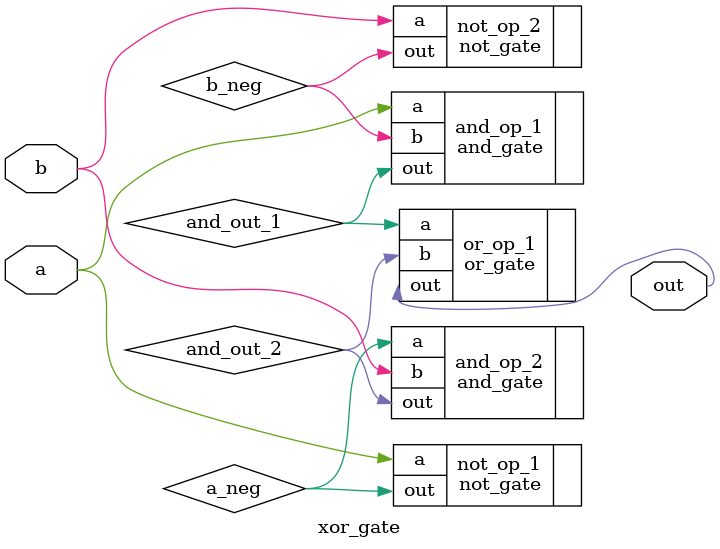
<source format=v>
`timescale 1ns / 1ps

module xor_gate (a, b, out);

	// I/O Declaration
    input a, b;
    output out;

	// Wire Declaration
    wire a_neg, b_neg;
    wire and_out_1, and_out_2;

	//Instantiation
    not_gate not_op_1 (.a(a), .out(a_neg));
    not_gate not_op_2 (.a(b), .out(b_neg));

    and_gate and_op_1 (.a(a), .b(b_neg), .out(and_out_1));    
    and_gate and_op_2 (.a(a_neg), .b(b), .out(and_out_2));

    or_gate or_op_1 (.a(and_out_1), .b(and_out_2), .out(out));
	
endmodule
</source>
